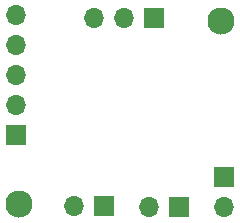
<source format=gbs>
%TF.GenerationSoftware,KiCad,Pcbnew,(6.0.7)*%
%TF.CreationDate,2023-03-06T16:25:38-05:00*%
%TF.ProjectId,joycon,6a6f7963-6f6e-42e6-9b69-6361645f7063,rev?*%
%TF.SameCoordinates,Original*%
%TF.FileFunction,Soldermask,Bot*%
%TF.FilePolarity,Negative*%
%FSLAX46Y46*%
G04 Gerber Fmt 4.6, Leading zero omitted, Abs format (unit mm)*
G04 Created by KiCad (PCBNEW (6.0.7)) date 2023-03-06 16:25:38*
%MOMM*%
%LPD*%
G01*
G04 APERTURE LIST*
%ADD10C,2.300000*%
%ADD11R,1.700000X1.700000*%
%ADD12O,1.700000X1.700000*%
G04 APERTURE END LIST*
D10*
%TO.C,REF\u002A\u002A*%
X131100000Y-105000000D03*
%TD*%
%TO.C,REF\u002A\u002A*%
X148200000Y-89500000D03*
%TD*%
D11*
%TO.C,J3*%
X142525000Y-89225000D03*
D12*
X139985000Y-89225000D03*
X137445000Y-89225000D03*
%TD*%
D11*
%TO.C,J2*%
X130800000Y-99160000D03*
D12*
X130800000Y-96620000D03*
X130800000Y-94080000D03*
X130800000Y-91540000D03*
X130800000Y-89000000D03*
%TD*%
D11*
%TO.C,J7*%
X148400000Y-102700000D03*
D12*
X148400000Y-105240000D03*
%TD*%
D11*
%TO.C,J8*%
X144650000Y-105225000D03*
D12*
X142110000Y-105225000D03*
%TD*%
D11*
%TO.C,J9*%
X138300000Y-105200000D03*
D12*
X135760000Y-105200000D03*
%TD*%
M02*

</source>
